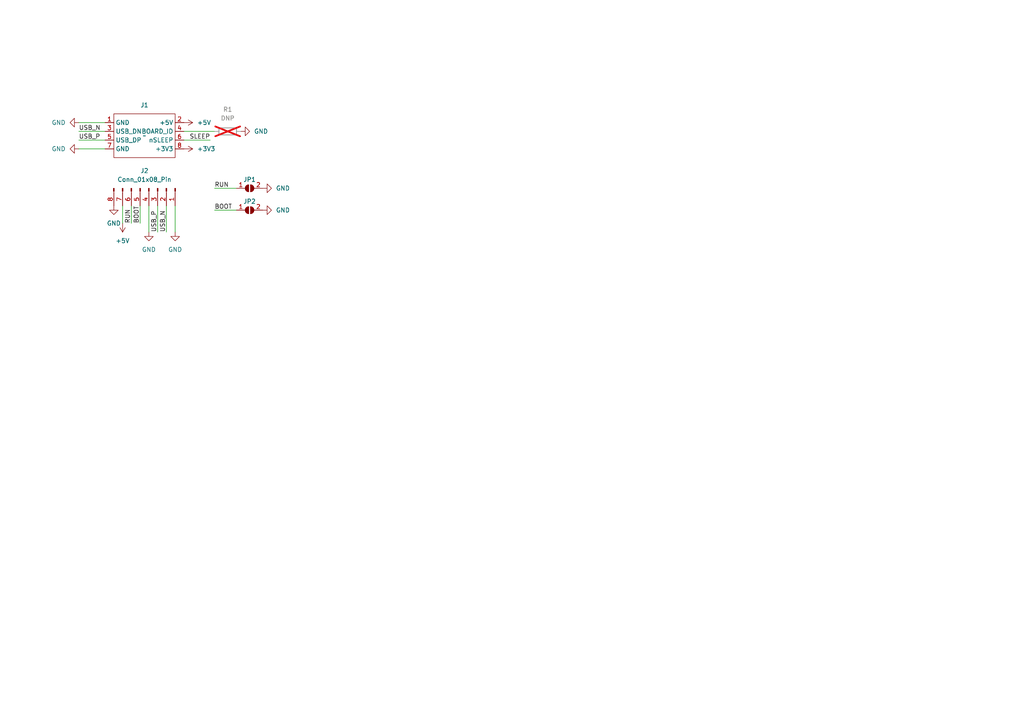
<source format=kicad_sch>
(kicad_sch (version 20230121) (generator eeschema)
  (paper "A4")
  (lib_symbols
    (symbol "Connector:Conn_01x08_Pin" (pin_names (offset 1.016) hide)
      (property "Reference" "J" (at 0 10.16 0))
      (property "Value" "Conn_01x08_Pin" (at 0 -12.7 0))
      (symbol "Conn_01x08_Pin_1_1"
        (polyline (pts (xy 1.27 -10.16) (xy 0.8636 -10.16)) (stroke (width 0.1524)))
        (polyline (pts (xy 1.27 -7.62) (xy 0.8636 -7.62)) (stroke (width 0.1524)))
        (polyline (pts (xy 1.27 -5.08) (xy 0.8636 -5.08)) (stroke (width 0.1524)))
        (polyline (pts (xy 1.27 -2.54) (xy 0.8636 -2.54)) (stroke (width 0.1524)))
        (polyline (pts (xy 1.27 0) (xy 0.8636 0)) (stroke (width 0.1524)))
        (polyline (pts (xy 1.27 2.54) (xy 0.8636 2.54)) (stroke (width 0.1524)))
        (polyline (pts (xy 1.27 5.08) (xy 0.8636 5.08)) (stroke (width 0.1524)))
        (polyline (pts (xy 1.27 7.62) (xy 0.8636 7.62)) (stroke (width 0.1524)))
        (rectangle (start 0.8636 -10.033) (end 0 -10.287) (stroke (width 0.1524)) (fill (type outline)))
        (rectangle (start 0.8636 -7.493) (end 0 -7.747) (stroke (width 0.1524)) (fill (type outline)))
        (rectangle (start 0.8636 -4.953) (end 0 -5.207) (stroke (width 0.1524)) (fill (type outline)))
        (rectangle (start 0.8636 -2.413) (end 0 -2.667) (stroke (width 0.1524)) (fill (type outline)))
        (rectangle (start 0.8636 0.127) (end 0 -0.127) (stroke (width 0.1524)) (fill (type outline)))
        (rectangle (start 0.8636 2.667) (end 0 2.413) (stroke (width 0.1524)) (fill (type outline)))
        (rectangle (start 0.8636 5.207) (end 0 4.953) (stroke (width 0.1524)) (fill (type outline)))
        (rectangle (start 0.8636 7.747) (end 0 7.493) (stroke (width 0.1524)) (fill (type outline)))
        (pin passive line (at 5.08 7.62 180) (length 3.81) (name "Pin_1") (number "1"))
        (pin passive line (at 5.08 5.08 180) (length 3.81) (name "Pin_2") (number "2"))
        (pin passive line (at 5.08 2.54 180) (length 3.81) (name "Pin_3") (number "3"))
        (pin passive line (at 5.08 0 180) (length 3.81) (name "Pin_4") (number "4"))
        (pin passive line (at 5.08 -2.54 180) (length 3.81) (name "Pin_5") (number "5"))
        (pin passive line (at 5.08 -5.08 180) (length 3.81) (name "Pin_6") (number "6"))
        (pin passive line (at 5.08 -7.62 180) (length 3.81) (name "Pin_7") (number "7"))
        (pin passive line (at 5.08 -10.16 180) (length 3.81) (name "Pin_8") (number "8"))
      )
    )
    (symbol "Device:R" (pin_numbers hide) (pin_names (offset 0))
      (property "Reference" "R" (at 2.032 0 90))
      (property "Value" "R" (at 0 0 90))
      (symbol "R_0_1"
        (rectangle (start -1.016 -2.54) (end 1.016 2.54) (stroke (width 0.254)))
      )
      (symbol "R_1_1"
        (pin passive line (at 0 3.81 270) (length 1.27) (name "~") (number "1"))
        (pin passive line (at 0 -3.81 90) (length 1.27) (name "~") (number "2"))
      )
    )
    (symbol "Jumper:SolderJumper_2_Open" (pin_names (offset 0) hide)
      (property "Reference" "JP" (at 0 2.032 0))
      (property "Value" "SolderJumper_2_Open" (at 0 -2.54 0))
      (symbol "SolderJumper_2_Open_0_1"
        (arc (start -0.254 1.016) (mid -1.2656 0) (end -0.254 -1.016))
        (arc (start -0.254 1.016) (mid -1.2656 0) (end -0.254 -1.016) (fill (type outline)))
        (polyline (pts (xy -0.254 1.016) (xy -0.254 -1.016)))
        (polyline (pts (xy 0.254 1.016) (xy 0.254 -1.016)))
        (arc (start 0.254 -1.016) (mid 1.2656 0) (end 0.254 1.016))
        (arc (start 0.254 -1.016) (mid 1.2656 0) (end 0.254 1.016) (fill (type outline)))
      )
      (symbol "SolderJumper_2_Open_1_1"
        (pin passive line (at -3.81 0 0) (length 2.54) (name "A") (number "1"))
        (pin passive line (at 3.81 0 180) (length 2.54) (name "B") (number "2"))
      )
    )
    (symbol "fw16_epaper:FrameworkInputModule"
      (property "Reference" "J" (at 0 -7.62 0))
      (symbol "FrameworkInputModule_0_1"
        (rectangle (start -8.89 6.35) (end 8.89 -6.35))
      )
      (symbol "FrameworkInputModule_1_1"
        (pin input line (at -11.43 3.81 0) (length 2.54) (name "GND") (number "1"))
        (pin input line (at 11.43 3.81 180) (length 2.54) (name "+5V") (number "2"))
        (pin input line (at -11.43 1.27 0) (length 2.54) (name "USB_DN") (number "3"))
        (pin input line (at 11.43 1.27 180) (length 2.54) (name "BOARD_ID") (number "4"))
        (pin input line (at -11.43 -1.27 0) (length 2.54) (name "USB_DP") (number "5"))
        (pin input line (at 11.43 -1.27 180) (length 2.54) (name "nSLEEP") (number "6"))
        (pin input line (at -11.43 -3.81 0) (length 2.54) (name "GND") (number "7"))
        (pin input line (at 11.43 -3.81 180) (length 2.54) (name "+3V3") (number "8"))
      )
    )
    (symbol "power:+3V3" (power) (pin_names (offset 0))
      (property "Value" "+3V3" (at 0 3.556 0))
      (symbol "+3V3_0_1"
        (polyline (pts (xy -0.762 1.27) (xy 0 2.54)))
        (polyline (pts (xy 0 0) (xy 0 2.54)))
        (polyline (pts (xy 0 2.54) (xy 0.762 1.27)))
      )
      (symbol "+3V3_1_1"
        (pin power_in line (at 0 0 90) (length 0) hide (name "+3V3") (number "1"))
      )
    )
    (symbol "power:+5V" (power) (pin_names (offset 0))
      (property "Value" "+5V" (at 0 3.556 0))
      (symbol "+5V_0_1"
        (polyline (pts (xy -0.762 1.27) (xy 0 2.54)))
        (polyline (pts (xy 0 0) (xy 0 2.54)))
        (polyline (pts (xy 0 2.54) (xy 0.762 1.27)))
      )
      (symbol "+5V_1_1"
        (pin power_in line (at 0 0 90) (length 0) hide (name "+5V") (number "1"))
      )
    )
    (symbol "power:GND" (power) (pin_names (offset 0))
      (property "Value" "GND" (at 0 -3.81 0))
      (symbol "GND_0_1"
        (polyline (pts (xy 0 0) (xy 0 -1.27) (xy 1.27 -1.27) (xy 0 -2.54) (xy -1.27 -1.27) (xy 0 -1.27)))
      )
      (symbol "GND_1_1"
        (pin power_in line (at 0 0 270) (length 0) hide (name "GND") (number "1"))
      )
    )
  )
  (wire (pts (xy 38.1 59.69) (xy 38.1 64.77)))
  (wire (pts (xy 22.86 43.18) (xy 30.48 43.18)))
  (wire (pts (xy 62.23 54.61) (xy 68.58 54.61)))
  (wire (pts (xy 22.86 40.64) (xy 30.48 40.64)))
  (wire (pts (xy 48.26 59.69) (xy 48.26 67.31)))
  (wire (pts (xy 35.56 59.69) (xy 35.56 64.77)))
  (wire (pts (xy 45.72 59.69) (xy 45.72 67.31)))
  (wire (pts (xy 62.23 60.96) (xy 68.58 60.96)))
  (wire (pts (xy 53.34 38.1) (xy 62.23 38.1)))
  (wire (pts (xy 43.18 67.31) (xy 43.18 59.69)))
  (wire (pts (xy 22.86 35.56) (xy 30.48 35.56)))
  (wire (pts (xy 53.34 40.64) (xy 60.96 40.64)))
  (wire (pts (xy 50.8 67.31) (xy 50.8 59.69)))
  (wire (pts (xy 40.64 59.69) (xy 40.64 64.77)))
  (wire (pts (xy 22.86 38.1) (xy 30.48 38.1)))
  (label "USB_N" (at 22.86 38.1 0))
  (label "RUN" (at 62.23 54.61 0))
  (label "USB_P" (at 22.86 40.64 0))
  (label "BOOT" (at 62.23 60.96 0))
  (label "RUN" (at 38.1 64.77 90))
  (label "USB_N" (at 48.26 67.31 90))
  (label "SLEEP" (at 60.96 40.64 180))
  (label "USB_P" (at 45.72 67.31 90))
  (label "BOOT" (at 40.64 64.77 90))
  (symbol (lib_id "power:GND") (at 50.8 67.31 0) (unit 1)
    (property "Reference" "#PWR09" (effects hide))
    (property "Value" "GND" (at 50.8 72.39 0))
  )
  (symbol (lib_id "power:+3V3") (at 53.34 43.18 270) (unit 1)
    (property "Reference" "#PWR04" (effects hide))
    (property "Value" "+3V3" (at 57.15 43.18 90) (effects (justify left)))
  )
  (symbol (lib_id "Jumper:SolderJumper_2_Open") (at 72.39 60.96 0) (unit 1)
    (property "Reference" "JP2" (at 72.39 58.42 0))
    (property "Value" "SolderJumper_2_Open" (effects hide))
    (property "Footprint" "Jumper:SolderJumper-2_P1.3mm_Open_TrianglePad1.0x1.5mm" (effects hide))
  )
  (symbol (lib_id "power:GND") (at 43.18 67.31 0) (unit 1)
    (property "Reference" "#PWR08" (effects hide))
    (property "Value" "GND" (at 43.18 72.39 0))
  )
  (symbol (lib_id "power:+5V") (at 35.56 64.77 180) (unit 1)
    (property "Reference" "#PWR07" (effects hide))
    (property "Value" "+5V" (at 35.56 69.85 0))
  )
  (symbol (lib_id "power:GND") (at 76.2 54.61 90) (unit 1)
    (property "Reference" "#PWR010" (effects hide))
    (property "Value" "GND" (at 80.01 54.61 90) (effects (justify right)))
  )
  (symbol (lib_id "Connector:Conn_01x08_Pin") (at 43.18 54.61 270) (unit 1)
    (property "Reference" "J2" (at 41.91 49.53 90))
    (property "Value" "Conn_01x08_Pin" (at 41.91 52.07 90))
    (property "Footprint" "fw16_epaper:GoldFingersRP2040Tiny" (effects hide))
  )
  (symbol (lib_id "power:GND") (at 22.86 35.56 270) (unit 1)
    (property "Reference" "#PWR01" (effects hide))
    (property "Value" "GND" (at 19.05 35.56 90) (effects (justify right)))
  )
  (symbol (lib_id "power:GND") (at 33.02 59.69 0) (unit 1)
    (property "Reference" "#PWR06" (effects hide))
    (property "Value" "GND" (at 33.02 64.77 0))
  )
  (symbol (lib_id "Jumper:SolderJumper_2_Open") (at 72.39 54.61 0) (unit 1)
    (property "Reference" "JP1" (at 72.39 52.07 0))
    (property "Value" "SolderJumper_2_Open" (effects hide))
    (property "Footprint" "Jumper:SolderJumper-2_P1.3mm_Open_TrianglePad1.0x1.5mm" (effects hide))
  )
  (symbol (lib_id "power:+5V") (at 53.34 35.56 270) (unit 1)
    (property "Reference" "#PWR03" (effects hide))
    (property "Value" "+5V" (at 57.15 35.56 90) (effects (justify left)))
  )
  (symbol (lib_id "power:GND") (at 22.86 43.18 270) (unit 1)
    (property "Reference" "#PWR02" (effects hide))
    (property "Value" "GND" (at 19.05 43.18 90) (effects (justify right)))
  )
  (symbol (lib_id "power:GND") (at 76.2 60.96 90) (unit 1)
    (property "Reference" "#PWR011" (effects hide))
    (property "Value" "GND" (at 80.01 60.96 90) (effects (justify right)))
  )
  (symbol (lib_id "fw16_epaper:FrameworkInputModule") (at 41.91 39.37 0) (unit 1)
    (property "Reference" "J1" (at 41.91 30.48 0))
    (property "Value" "~" (at 41.91 39.37 0))
    (property "Footprint" "fw16_epaper:PogoPads_2x4_P2.0mm_FPC" (effects hide))
  )
  (symbol (lib_id "power:GND") (at 69.85 38.1 90) (unit 1)
    (property "Reference" "#PWR05" (effects hide))
    (property "Value" "GND" (at 73.66 38.1 90) (effects (justify right)))
  )
  (symbol (lib_id "Device:R") (at 66.04 38.1 90) (unit 1) (dnp yes)
    (property "Reference" "R1" (at 66.04 31.75 90))
    (property "Value" "DNP" (at 66.04 34.29 90))
    (property "Footprint" "Resistor_SMD:R_0603_1608Metric_Pad0.98x0.95mm_HandSolder" (effects hide))
  )
)
</source>
